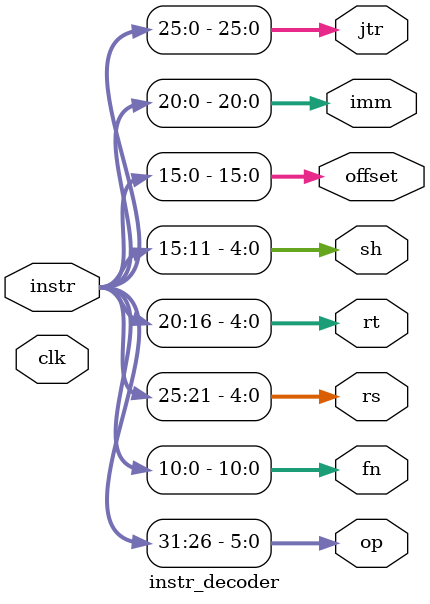
<source format=v>
`timescale 1ns / 1ps
module instr_decoder(
    input clk,
	 input [31:0] instr,
    output [5:0] op,
    output [10:0] fn,
	 output [4:0] rs,
	 output [4:0] rt,
	 output [4:0] sh,
	 output [15:0] offset,
	 output [20:0] imm,
	 output [25:0] jtr
    );
	 
	 assign op = instr[31:26];
	 assign fn = instr[10:0];
	 assign rs = instr[25:21];
	 assign rt = instr[20:16];
	 assign sh = instr[15:11];
	 assign offset = {sh,fn};
	 assign imm = {rt,offset};
	 assign jtr = {rs,imm};

endmodule

</source>
